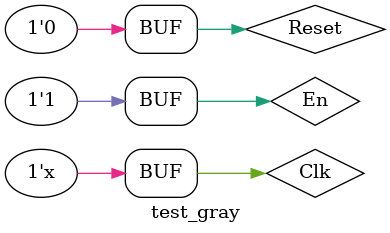
<source format=v>
`timescale 1ns / 1ps


module test_gray;

	// Inputs
	reg [0:0] Clk;
	reg [0:0] Reset;
	reg [0:0] En;

	// Outputs
	wire [2:0] Output;
	wire [0:0] Overflow;

	// Instantiate the Unit Under Test (UUT)
	gray uut (
		.Clk(Clk), 
		.Reset(Reset), 
		.En(En), 
		.Output(Output), 
		.Overflow(Overflow)
	);

	initial begin
		// Initialize Inputs
		Clk = 0;
		Reset = 0;
		En = 0;
		#90;
	end
	
	always #5 Clk=~Clk;
	
	initial begin
		#5;
		En=1;
		#20;
		Reset=1;
		#10;
		Reset=0;
		#120;
   end
endmodule


</source>
